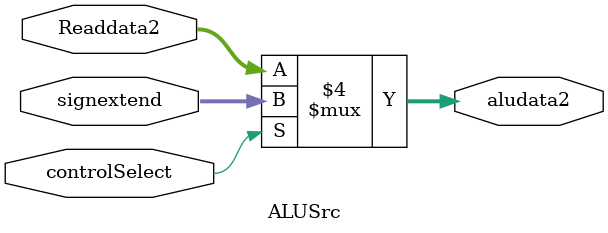
<source format=v>
`timescale 1ns / 1ps

module ALUSrc(controlSelect,Readdata2,signextend,aludata2);

input controlSelect;
input [63:0]Readdata2;
input [63:0]signextend;

output [63:0]aludata2;

always@(controlSelect)
    begin
        if (controlSelect==0)
            aludata2=Readdata2;
        else
            aludata2=signextend;
    end

endmodule


//module ALUSrc (instruction, data2, ALUSrc, ALU2, rst);
//alumux alu_mux(instruction, RFRD2, ALUSrc, ALU2, rst);
    
//    input [31:0] instruction;
//    input [63:0] data2;
//    input ALUSrc, rst;
    
//    output reg [63:0] ALU2;
       
//    always @(posedge rst, ALUSrc, instruction, data2)
//    begin
//        if ( rst )
//            ALU2 = 0;
        
//        else if ( ALUSrc == 1)
//            ALU2 = $signed(instruction[20:10]);
        
//        else if ( ALUSrc == 0)
//            ALU2 = data2;
//    end
//endmodule

</source>
